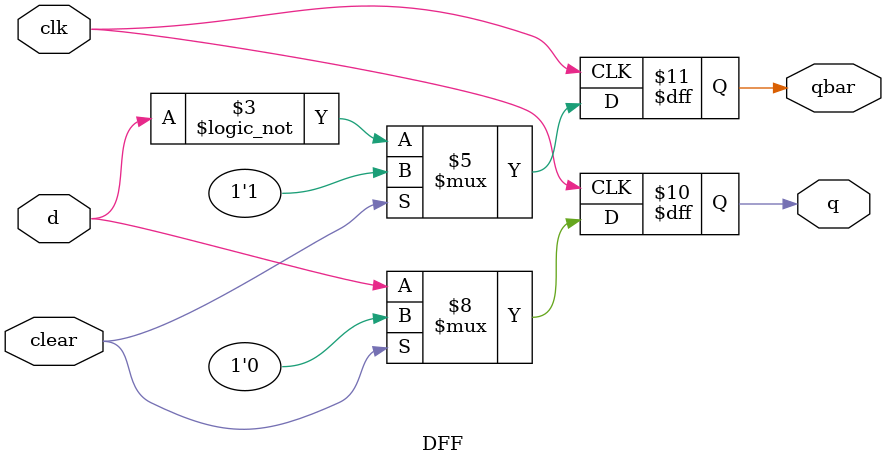
<source format=v>


// Reference: https://technobyte.org/verilog-code-d-flip-flop-dataflow-gate-behavioral/

module DFF (
    input d, clk, clear,
    output reg q, qbar
); 

always@(posedge clk) 
begin
    if(clear == 1)
        begin
        q <= 0;
        qbar <= 1;
        end
    else
        begin
        q <= d; 
        qbar <= !d;
        end
end
endmodule

</source>
